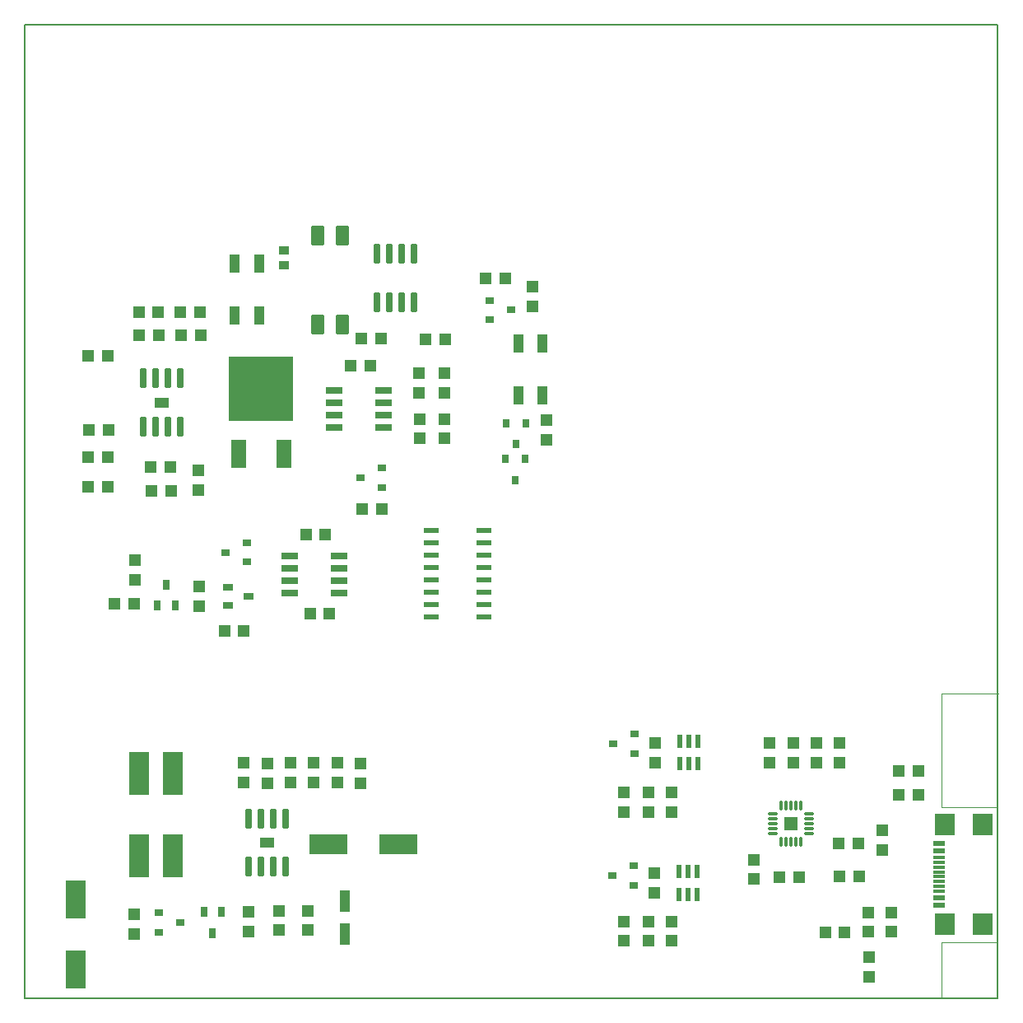
<source format=gtp>
G04*
G04 #@! TF.GenerationSoftware,Altium Limited,CircuitStudio,1.5.2 (30)*
G04*
G04 Layer_Color=7318015*
%FSLAX44Y44*%
%MOMM*%
G71*
G01*
G75*
%ADD10R,1.2000X1.3000*%
%ADD11R,1.3000X1.2000*%
%ADD12R,2.0000X2.1800*%
%ADD13R,1.1500X0.3000*%
%ADD14R,1.1500X0.6000*%
%ADD15R,0.9000X0.8000*%
G04:AMPARAMS|DCode=16|XSize=1.29mm|YSize=0.59mm|CornerRadius=0.0738mm|HoleSize=0mm|Usage=FLASHONLY|Rotation=270.000|XOffset=0mm|YOffset=0mm|HoleType=Round|Shape=RoundedRectangle|*
%AMROUNDEDRECTD16*
21,1,1.2900,0.4425,0,0,270.0*
21,1,1.1425,0.5900,0,0,270.0*
1,1,0.1475,-0.2213,-0.5713*
1,1,0.1475,-0.2213,0.5713*
1,1,0.1475,0.2213,0.5713*
1,1,0.1475,0.2213,-0.5713*
%
%ADD16ROUNDEDRECTD16*%
%ADD17R,4.0000X2.0000*%
G04:AMPARAMS|DCode=19|XSize=1.97mm|YSize=0.6mm|CornerRadius=0.075mm|HoleSize=0mm|Usage=FLASHONLY|Rotation=90.000|XOffset=0mm|YOffset=0mm|HoleType=Round|Shape=RoundedRectangle|*
%AMROUNDEDRECTD19*
21,1,1.9700,0.4500,0,0,90.0*
21,1,1.8200,0.6000,0,0,90.0*
1,1,0.1500,0.2250,0.9100*
1,1,0.1500,0.2250,-0.9100*
1,1,0.1500,-0.2250,-0.9100*
1,1,0.1500,-0.2250,0.9100*
%
%ADD19ROUNDEDRECTD19*%
%ADD20R,2.0000X4.0000*%
G04:AMPARAMS|DCode=21|XSize=1.09mm|YSize=0.61mm|CornerRadius=0.0763mm|HoleSize=0mm|Usage=FLASHONLY|Rotation=270.000|XOffset=0mm|YOffset=0mm|HoleType=Round|Shape=RoundedRectangle|*
%AMROUNDEDRECTD21*
21,1,1.0900,0.4575,0,0,270.0*
21,1,0.9375,0.6100,0,0,270.0*
1,1,0.1525,-0.2288,-0.4688*
1,1,0.1525,-0.2288,0.4688*
1,1,0.1525,0.2288,0.4688*
1,1,0.1525,0.2288,-0.4688*
%
%ADD21ROUNDEDRECTD21*%
%ADD22R,1.0000X2.2500*%
%ADD23R,1.0500X1.8750*%
%ADD24R,0.8000X0.9000*%
%ADD25R,0.9900X0.9200*%
%ADD26R,1.7000X0.6500*%
G04:AMPARAMS|DCode=27|XSize=1.09mm|YSize=0.61mm|CornerRadius=0.0763mm|HoleSize=0mm|Usage=FLASHONLY|Rotation=0.000|XOffset=0mm|YOffset=0mm|HoleType=Round|Shape=RoundedRectangle|*
%AMROUNDEDRECTD27*
21,1,1.0900,0.4575,0,0,0.0*
21,1,0.9375,0.6100,0,0,0.0*
1,1,0.1525,0.4688,-0.2288*
1,1,0.1525,-0.4688,-0.2288*
1,1,0.1525,-0.4688,0.2288*
1,1,0.1525,0.4688,0.2288*
%
%ADD27ROUNDEDRECTD27*%
%ADD28R,1.6000X3.0000*%
%ADD29R,6.7000X6.7000*%
G04:AMPARAMS|DCode=30|XSize=1.59mm|YSize=0.57mm|CornerRadius=0.0712mm|HoleSize=0mm|Usage=FLASHONLY|Rotation=180.000|XOffset=0mm|YOffset=0mm|HoleType=Round|Shape=RoundedRectangle|*
%AMROUNDEDRECTD30*
21,1,1.5900,0.4275,0,0,180.0*
21,1,1.4475,0.5700,0,0,180.0*
1,1,0.1425,-0.7238,0.2138*
1,1,0.1425,0.7238,0.2138*
1,1,0.1425,0.7238,-0.2138*
1,1,0.1425,-0.7238,-0.2138*
%
%ADD30ROUNDEDRECTD30*%
G04:AMPARAMS|DCode=31|XSize=2.09mm|YSize=1.39mm|CornerRadius=0.1737mm|HoleSize=0mm|Usage=FLASHONLY|Rotation=90.000|XOffset=0mm|YOffset=0mm|HoleType=Round|Shape=RoundedRectangle|*
%AMROUNDEDRECTD31*
21,1,2.0900,1.0425,0,0,90.0*
21,1,1.7425,1.3900,0,0,90.0*
1,1,0.3475,0.5212,0.8712*
1,1,0.3475,0.5212,-0.8712*
1,1,0.3475,-0.5212,-0.8712*
1,1,0.3475,-0.5212,0.8712*
%
%ADD31ROUNDEDRECTD31*%
G04:AMPARAMS|DCode=32|XSize=0.26mm|YSize=0.96mm|CornerRadius=0.0325mm|HoleSize=0mm|Usage=FLASHONLY|Rotation=270.000|XOffset=0mm|YOffset=0mm|HoleType=Round|Shape=RoundedRectangle|*
%AMROUNDEDRECTD32*
21,1,0.2600,0.8950,0,0,270.0*
21,1,0.1950,0.9600,0,0,270.0*
1,1,0.0650,-0.4475,-0.0975*
1,1,0.0650,-0.4475,0.0975*
1,1,0.0650,0.4475,0.0975*
1,1,0.0650,0.4475,-0.0975*
%
%ADD32ROUNDEDRECTD32*%
G04:AMPARAMS|DCode=33|XSize=0.96mm|YSize=0.26mm|CornerRadius=0.0325mm|HoleSize=0mm|Usage=FLASHONLY|Rotation=270.000|XOffset=0mm|YOffset=0mm|HoleType=Round|Shape=RoundedRectangle|*
%AMROUNDEDRECTD33*
21,1,0.9600,0.1950,0,0,270.0*
21,1,0.8950,0.2600,0,0,270.0*
1,1,0.0650,-0.0975,-0.4475*
1,1,0.0650,-0.0975,0.4475*
1,1,0.0650,0.0975,0.4475*
1,1,0.0650,0.0975,-0.4475*
%
%ADD33ROUNDEDRECTD33*%
%ADD35R,2.1500X4.5000*%
%ADD49C,0.1000*%
%ADD50C,0.1500*%
%ADD68R,1.3200X1.3200*%
G36*
X512190Y414484D02*
X497810D01*
Y424604D01*
X512190D01*
Y414484D01*
D02*
G37*
G36*
X404140Y866940D02*
X389760D01*
Y877060D01*
X404140D01*
Y866940D01*
D02*
G37*
D10*
X1099000Y327000D02*
D03*
X1079000D02*
D03*
X1155000Y493000D02*
D03*
X1175000D02*
D03*
Y469000D02*
D03*
X1155000D02*
D03*
X1093000Y419000D02*
D03*
X1113000D02*
D03*
X1094000Y384500D02*
D03*
X1114000D02*
D03*
X730000Y1000000D02*
D03*
X750000D02*
D03*
X622000Y938000D02*
D03*
X602000D02*
D03*
X668000Y937000D02*
D03*
X688000D02*
D03*
X623000Y762200D02*
D03*
X603000D02*
D03*
X549000Y655000D02*
D03*
X569000D02*
D03*
X565000Y736000D02*
D03*
X545000D02*
D03*
X481000Y637000D02*
D03*
X461000D02*
D03*
X368000Y665000D02*
D03*
X348000D02*
D03*
X416460Y941000D02*
D03*
X436460D02*
D03*
X416000Y965000D02*
D03*
X436000D02*
D03*
X321000Y920000D02*
D03*
X341000D02*
D03*
X373460Y941000D02*
D03*
X393460D02*
D03*
X321000Y785000D02*
D03*
X341000D02*
D03*
X321000Y816000D02*
D03*
X341000D02*
D03*
X321810Y844060D02*
D03*
X341810D02*
D03*
X406000Y781000D02*
D03*
X386000D02*
D03*
X405460Y806000D02*
D03*
X385460D02*
D03*
X591000Y910000D02*
D03*
X611000D02*
D03*
X373000Y964960D02*
D03*
X393000D02*
D03*
X1052000Y384000D02*
D03*
X1032000D02*
D03*
D11*
X1094000Y522000D02*
D03*
Y502000D02*
D03*
X1070000Y522000D02*
D03*
Y502000D02*
D03*
X1046000Y522000D02*
D03*
Y502000D02*
D03*
X1022000Y522000D02*
D03*
Y502000D02*
D03*
X1138000Y412000D02*
D03*
Y432000D02*
D03*
X1123000Y348000D02*
D03*
Y328000D02*
D03*
X1147000Y348000D02*
D03*
Y328000D02*
D03*
X1124000Y302000D02*
D03*
Y282000D02*
D03*
X1006000Y382000D02*
D03*
Y402000D02*
D03*
X921000Y318544D02*
D03*
Y338544D02*
D03*
X897000Y318544D02*
D03*
Y338544D02*
D03*
X872000D02*
D03*
Y318544D02*
D03*
X921000Y451000D02*
D03*
Y471000D02*
D03*
X897000Y451000D02*
D03*
Y471000D02*
D03*
X872000D02*
D03*
Y451000D02*
D03*
X481000Y481544D02*
D03*
Y501544D02*
D03*
X505000Y480544D02*
D03*
Y500544D02*
D03*
X529000Y481544D02*
D03*
Y501544D02*
D03*
X553000D02*
D03*
Y481544D02*
D03*
X577000Y501544D02*
D03*
Y481544D02*
D03*
X601000Y500544D02*
D03*
Y480544D02*
D03*
X368000Y325544D02*
D03*
Y345544D02*
D03*
X486000Y348544D02*
D03*
Y328544D02*
D03*
X517000Y329544D02*
D03*
Y349544D02*
D03*
X547000Y329544D02*
D03*
Y349544D02*
D03*
X778000Y971000D02*
D03*
Y991000D02*
D03*
X792000Y854000D02*
D03*
Y834000D02*
D03*
X661000Y902000D02*
D03*
Y882000D02*
D03*
X687000Y902000D02*
D03*
Y882000D02*
D03*
X687000Y835000D02*
D03*
Y855000D02*
D03*
X662000D02*
D03*
Y835000D02*
D03*
X369000Y690000D02*
D03*
Y710000D02*
D03*
X435000Y663000D02*
D03*
Y683000D02*
D03*
X434460Y802000D02*
D03*
Y782000D02*
D03*
X904000Y522000D02*
D03*
Y502000D02*
D03*
X903000Y388000D02*
D03*
Y368000D02*
D03*
D12*
X1241300Y438100D02*
D03*
Y335900D02*
D03*
X1202000Y438100D02*
D03*
Y335900D02*
D03*
D13*
X1196250Y389500D02*
D03*
Y384500D02*
D03*
Y394500D02*
D03*
Y379500D02*
D03*
Y399500D02*
D03*
Y374500D02*
D03*
Y404500D02*
D03*
Y369500D02*
D03*
D14*
Y419000D02*
D03*
Y411000D02*
D03*
Y363000D02*
D03*
Y355000D02*
D03*
D15*
X861000Y521000D02*
D03*
X883000Y531000D02*
D03*
Y511000D02*
D03*
X860000Y386000D02*
D03*
X882000Y396000D02*
D03*
Y376000D02*
D03*
X394000Y347544D02*
D03*
Y327544D02*
D03*
X416000Y337544D02*
D03*
X756000Y967000D02*
D03*
X734000Y957000D02*
D03*
Y977000D02*
D03*
X462000Y718000D02*
D03*
X484000Y728000D02*
D03*
Y708000D02*
D03*
X601000Y794749D02*
D03*
X623000Y804749D02*
D03*
Y784749D02*
D03*
D16*
X948500Y524188D02*
D03*
X939000D02*
D03*
X929500D02*
D03*
Y500988D02*
D03*
X939000D02*
D03*
X948500D02*
D03*
X947500Y389600D02*
D03*
X938000D02*
D03*
X928500D02*
D03*
Y366400D02*
D03*
X938000D02*
D03*
X947500D02*
D03*
D17*
X568001Y417540D02*
D03*
X640001D02*
D03*
D19*
X485950Y444294D02*
D03*
X498650D02*
D03*
X511350D02*
D03*
X524050D02*
D03*
Y394794D02*
D03*
X511350D02*
D03*
X498650D02*
D03*
X485950D02*
D03*
X656050Y1024750D02*
D03*
X643350D02*
D03*
X630650D02*
D03*
X617950D02*
D03*
Y975250D02*
D03*
X630650D02*
D03*
X643350D02*
D03*
X656050D02*
D03*
X416000Y847250D02*
D03*
X403300D02*
D03*
X390600D02*
D03*
X377900D02*
D03*
Y896750D02*
D03*
X390600D02*
D03*
X403300D02*
D03*
X416000D02*
D03*
D20*
X308000Y361544D02*
D03*
Y289544D02*
D03*
D21*
X458150Y348244D02*
D03*
X449000Y326844D02*
D03*
X439850Y348244D02*
D03*
X391850Y663300D02*
D03*
X401000Y684700D02*
D03*
X410150Y663300D02*
D03*
D22*
X584633Y359568D02*
D03*
Y325568D02*
D03*
D23*
X788500Y879375D02*
D03*
X763500D02*
D03*
Y932625D02*
D03*
X788500D02*
D03*
X496500Y961375D02*
D03*
X471500D02*
D03*
Y1014625D02*
D03*
X496500D02*
D03*
D24*
X761000Y829000D02*
D03*
X751000Y851000D02*
D03*
X771000D02*
D03*
X760000Y792000D02*
D03*
X750000Y814000D02*
D03*
X770000D02*
D03*
D25*
X522000Y1028750D02*
D03*
Y1013250D02*
D03*
D26*
X579400Y675950D02*
D03*
Y688650D02*
D03*
Y701350D02*
D03*
Y714050D02*
D03*
X528600D02*
D03*
Y701350D02*
D03*
Y688650D02*
D03*
Y675950D02*
D03*
X573600Y845950D02*
D03*
Y858650D02*
D03*
Y871350D02*
D03*
Y884050D02*
D03*
X624400D02*
D03*
Y871350D02*
D03*
Y858650D02*
D03*
Y845950D02*
D03*
D27*
X464300Y682150D02*
D03*
X485700Y673000D02*
D03*
X464300Y663850D02*
D03*
D28*
X522000Y819500D02*
D03*
X476000D02*
D03*
D29*
X499000Y886000D02*
D03*
D30*
X728100Y651550D02*
D03*
Y664250D02*
D03*
Y676950D02*
D03*
Y689650D02*
D03*
Y702350D02*
D03*
Y715050D02*
D03*
Y727750D02*
D03*
Y740450D02*
D03*
X673900D02*
D03*
Y727750D02*
D03*
Y715050D02*
D03*
Y702350D02*
D03*
Y689650D02*
D03*
Y676950D02*
D03*
Y664250D02*
D03*
Y651550D02*
D03*
D31*
X557300Y1043400D02*
D03*
X582700D02*
D03*
Y952600D02*
D03*
X557300D02*
D03*
D32*
X1025300Y449000D02*
D03*
Y444000D02*
D03*
Y439000D02*
D03*
Y434000D02*
D03*
Y429000D02*
D03*
X1062700D02*
D03*
Y434000D02*
D03*
Y439000D02*
D03*
Y444000D02*
D03*
Y449000D02*
D03*
D33*
X1054000Y457700D02*
D03*
X1049000D02*
D03*
X1044000D02*
D03*
X1039000D02*
D03*
X1034000D02*
D03*
Y420300D02*
D03*
X1039000D02*
D03*
X1044000D02*
D03*
X1049000D02*
D03*
X1054000D02*
D03*
D35*
X373310Y490691D02*
D03*
X407610D02*
D03*
Y405691D02*
D03*
X373310D02*
D03*
D49*
X1199000Y456000D02*
X1256000D01*
X1199000D02*
Y573000D01*
X1257000D01*
X1199000Y317000D02*
X1256000D01*
X1199000Y260000D02*
Y317000D01*
D50*
X256000Y260000D02*
Y1260000D01*
X1256000Y260000D02*
Y1260000D01*
X256000Y260000D02*
X1256000D01*
X256000Y1260000D02*
X1256000D01*
D68*
X1044000Y439000D02*
D03*
M02*

</source>
